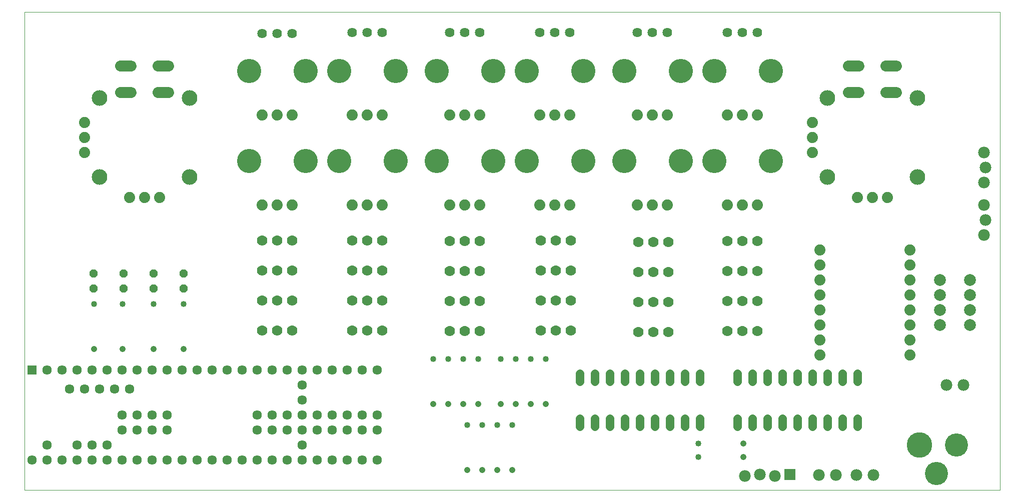
<source format=gbs>
G75*
%MOIN*%
%OFA0B0*%
%FSLAX25Y25*%
%IPPOS*%
%LPD*%
%AMOC8*
5,1,8,0,0,1.08239X$1,22.5*
%
%ADD10C,0.00000*%
%ADD11R,0.06337X0.06337*%
%ADD12C,0.06337*%
%ADD13C,0.04000*%
%ADD14C,0.04123*%
%ADD15C,0.07400*%
%ADD16C,0.16998*%
%ADD17C,0.15424*%
%ADD18C,0.07880*%
%ADD19C,0.10400*%
%ADD20C,0.07400*%
%ADD21C,0.07800*%
%ADD22C,0.05600*%
%ADD23OC8,0.05600*%
%ADD24R,0.07800X0.07800*%
%ADD25C,0.07000*%
%ADD26C,0.16148*%
%ADD27C,0.06400*%
D10*
X0032595Y0002550D02*
X0032595Y0321251D01*
X0682516Y0321251D01*
X0682516Y0002550D01*
X0032595Y0002550D01*
D11*
X0037595Y0082550D03*
D12*
X0047595Y0082550D03*
X0057595Y0082550D03*
X0067595Y0082550D03*
X0077595Y0082550D03*
X0087595Y0082550D03*
X0097595Y0082550D03*
X0107595Y0082550D03*
X0117595Y0082550D03*
X0127595Y0082550D03*
X0137595Y0082550D03*
X0147595Y0082550D03*
X0157595Y0082550D03*
X0167595Y0082550D03*
X0177595Y0082550D03*
X0187595Y0082550D03*
X0197595Y0082550D03*
X0207595Y0082550D03*
X0217595Y0082550D03*
X0217595Y0072550D03*
X0227595Y0082550D03*
X0237595Y0082550D03*
X0247595Y0082550D03*
X0257595Y0082550D03*
X0267595Y0082550D03*
X0217595Y0062550D03*
X0217595Y0052550D03*
X0207595Y0052550D03*
X0197595Y0052550D03*
X0187595Y0052550D03*
X0187595Y0042550D03*
X0197595Y0042550D03*
X0207595Y0042550D03*
X0217595Y0042550D03*
X0227595Y0042550D03*
X0237595Y0042550D03*
X0247595Y0042550D03*
X0257595Y0042550D03*
X0267595Y0042550D03*
X0267595Y0052550D03*
X0257595Y0052550D03*
X0247595Y0052550D03*
X0237595Y0052550D03*
X0227595Y0052550D03*
X0217595Y0032550D03*
X0217595Y0022550D03*
X0207595Y0022550D03*
X0197595Y0022550D03*
X0187595Y0022550D03*
X0177595Y0022550D03*
X0167595Y0022550D03*
X0157595Y0022550D03*
X0147595Y0022550D03*
X0137595Y0022550D03*
X0127595Y0022550D03*
X0117595Y0022550D03*
X0107595Y0022550D03*
X0097595Y0022550D03*
X0087595Y0022550D03*
X0077595Y0022550D03*
X0067595Y0022550D03*
X0057595Y0022550D03*
X0047595Y0022550D03*
X0037595Y0022550D03*
X0047595Y0032550D03*
X0067595Y0032550D03*
X0077595Y0032550D03*
X0087595Y0032550D03*
X0097595Y0042550D03*
X0107595Y0042550D03*
X0117595Y0042550D03*
X0127595Y0042550D03*
X0127595Y0052550D03*
X0117595Y0052550D03*
X0107595Y0052550D03*
X0097595Y0052550D03*
X0092595Y0070050D03*
X0082595Y0070050D03*
X0072595Y0070050D03*
X0062595Y0070050D03*
X0102595Y0070050D03*
X0227595Y0022550D03*
X0237595Y0022550D03*
X0247595Y0022550D03*
X0257595Y0022550D03*
X0267595Y0022550D03*
D13*
X0327595Y0046050D03*
X0337595Y0046050D03*
X0347595Y0046050D03*
X0357595Y0046050D03*
X0360095Y0090050D03*
X0370095Y0090050D03*
X0380095Y0090050D03*
X0350095Y0090050D03*
X0335095Y0090050D03*
X0325095Y0090050D03*
X0315095Y0090050D03*
X0305095Y0090050D03*
X0138595Y0126550D03*
X0118595Y0126550D03*
X0098095Y0126550D03*
X0079095Y0126550D03*
X0481595Y0033550D03*
X0481595Y0024550D03*
D14*
X0511595Y0024550D03*
X0511595Y0033550D03*
X0380095Y0060050D03*
X0370095Y0060050D03*
X0360095Y0060050D03*
X0350095Y0060050D03*
X0335095Y0060050D03*
X0325095Y0060050D03*
X0315095Y0060050D03*
X0305095Y0060050D03*
X0327595Y0016050D03*
X0337595Y0016050D03*
X0347595Y0016050D03*
X0357595Y0016050D03*
X0138595Y0096550D03*
X0118595Y0096550D03*
X0098095Y0096550D03*
X0079095Y0096550D03*
D15*
X0191095Y0192522D03*
X0201095Y0192522D03*
X0211095Y0192522D03*
X0251095Y0192522D03*
X0261095Y0192522D03*
X0271095Y0192522D03*
X0316095Y0192522D03*
X0326095Y0192522D03*
X0336095Y0192522D03*
X0376095Y0192522D03*
X0386095Y0192522D03*
X0396095Y0192522D03*
X0441095Y0192522D03*
X0451095Y0192522D03*
X0461095Y0192522D03*
X0501095Y0192522D03*
X0511095Y0192522D03*
X0521095Y0192522D03*
X0562595Y0162550D03*
X0562595Y0152550D03*
X0562595Y0142550D03*
X0562595Y0132550D03*
X0562595Y0122550D03*
X0562595Y0112550D03*
X0562595Y0102550D03*
X0562595Y0092550D03*
X0622595Y0092550D03*
X0622595Y0102550D03*
X0622595Y0112550D03*
X0622595Y0122550D03*
X0622595Y0132550D03*
X0622595Y0142550D03*
X0622595Y0152550D03*
X0622595Y0162550D03*
X0607595Y0197550D03*
X0597595Y0197550D03*
X0587595Y0197550D03*
X0557595Y0227550D03*
X0557595Y0237550D03*
X0557595Y0247550D03*
X0521095Y0252522D03*
X0511095Y0252522D03*
X0501095Y0252522D03*
X0461095Y0252522D03*
X0451095Y0252522D03*
X0441095Y0252522D03*
X0396095Y0252522D03*
X0386095Y0252522D03*
X0376095Y0252522D03*
X0336095Y0252522D03*
X0326095Y0252522D03*
X0316095Y0252522D03*
X0271095Y0252522D03*
X0261095Y0252522D03*
X0251095Y0252522D03*
X0211095Y0252522D03*
X0201095Y0252522D03*
X0191095Y0252522D03*
X0122595Y0197550D03*
X0112595Y0197550D03*
X0102595Y0197550D03*
X0072595Y0227550D03*
X0072595Y0237550D03*
X0072595Y0247550D03*
D16*
X0629052Y0032550D03*
D17*
X0653658Y0032550D03*
X0640272Y0013652D03*
D18*
X0642595Y0112550D03*
X0642595Y0122550D03*
X0642595Y0132550D03*
X0642595Y0142550D03*
X0662595Y0142550D03*
X0662595Y0132550D03*
X0662595Y0122550D03*
X0662595Y0112550D03*
D19*
X0627595Y0211300D03*
X0567595Y0211300D03*
X0567595Y0263800D03*
X0627595Y0263800D03*
X0142595Y0263800D03*
X0082595Y0263800D03*
X0082595Y0211300D03*
X0142595Y0211300D03*
D20*
X0128595Y0267550D02*
X0121595Y0267550D01*
X0103595Y0267550D02*
X0096595Y0267550D01*
X0096595Y0285267D02*
X0103595Y0285267D01*
X0121595Y0285267D02*
X0128595Y0285267D01*
X0581595Y0285267D02*
X0588595Y0285267D01*
X0606595Y0285267D02*
X0613595Y0285267D01*
X0613595Y0267550D02*
X0606595Y0267550D01*
X0588595Y0267550D02*
X0581595Y0267550D01*
D21*
X0672095Y0227550D03*
X0673095Y0217550D03*
X0672095Y0207550D03*
X0672095Y0192550D03*
X0673095Y0182550D03*
X0672095Y0172550D03*
X0658295Y0072550D03*
X0646895Y0072550D03*
X0598295Y0012550D03*
X0586895Y0012550D03*
X0573295Y0012550D03*
X0561895Y0012550D03*
X0532595Y0012050D03*
X0522595Y0013050D03*
X0512595Y0012050D03*
D22*
X0507595Y0044950D02*
X0507595Y0050150D01*
X0517595Y0050150D02*
X0517595Y0044950D01*
X0527595Y0044950D02*
X0527595Y0050150D01*
X0537595Y0050150D02*
X0537595Y0044950D01*
X0547595Y0044950D02*
X0547595Y0050150D01*
X0557595Y0050150D02*
X0557595Y0044950D01*
X0567595Y0044950D02*
X0567595Y0050150D01*
X0577595Y0050150D02*
X0577595Y0044950D01*
X0587595Y0044950D02*
X0587595Y0050150D01*
X0587595Y0074950D02*
X0587595Y0080150D01*
X0577595Y0080150D02*
X0577595Y0074950D01*
X0567595Y0074950D02*
X0567595Y0080150D01*
X0557595Y0080150D02*
X0557595Y0074950D01*
X0547595Y0074950D02*
X0547595Y0080150D01*
X0537595Y0080150D02*
X0537595Y0074950D01*
X0527595Y0074950D02*
X0527595Y0080150D01*
X0517595Y0080150D02*
X0517595Y0074950D01*
X0507595Y0074950D02*
X0507595Y0080150D01*
X0482595Y0080150D02*
X0482595Y0074950D01*
X0472595Y0074950D02*
X0472595Y0080150D01*
X0462595Y0080150D02*
X0462595Y0074950D01*
X0452595Y0074950D02*
X0452595Y0080150D01*
X0442595Y0080150D02*
X0442595Y0074950D01*
X0432595Y0074950D02*
X0432595Y0080150D01*
X0422595Y0080150D02*
X0422595Y0074950D01*
X0412595Y0074950D02*
X0412595Y0080150D01*
X0402595Y0080150D02*
X0402595Y0074950D01*
X0402595Y0050150D02*
X0402595Y0044950D01*
X0412595Y0044950D02*
X0412595Y0050150D01*
X0422595Y0050150D02*
X0422595Y0044950D01*
X0432595Y0044950D02*
X0432595Y0050150D01*
X0442595Y0050150D02*
X0442595Y0044950D01*
X0452595Y0044950D02*
X0452595Y0050150D01*
X0462595Y0050150D02*
X0462595Y0044950D01*
X0472595Y0044950D02*
X0472595Y0050150D01*
X0482595Y0050150D02*
X0482595Y0044950D01*
D23*
X0138595Y0137050D03*
X0138595Y0147050D03*
X0118595Y0147050D03*
X0118595Y0137050D03*
X0098595Y0137050D03*
X0098595Y0147050D03*
X0078595Y0147050D03*
X0078595Y0137050D03*
D24*
X0542595Y0013050D03*
D25*
X0521095Y0108550D03*
X0511095Y0108550D03*
X0501095Y0108550D03*
X0461595Y0108050D03*
X0451595Y0108050D03*
X0441595Y0108050D03*
X0441595Y0128050D03*
X0451595Y0128050D03*
X0461595Y0128050D03*
X0461595Y0148050D03*
X0451595Y0148050D03*
X0441595Y0148050D03*
X0441595Y0168050D03*
X0451595Y0168050D03*
X0461595Y0168050D03*
X0501095Y0168550D03*
X0511095Y0168550D03*
X0521095Y0168550D03*
X0521095Y0148550D03*
X0511095Y0148550D03*
X0501095Y0148550D03*
X0501095Y0128550D03*
X0511095Y0128550D03*
X0521095Y0128550D03*
X0396595Y0129050D03*
X0386595Y0129050D03*
X0376595Y0129050D03*
X0376595Y0109050D03*
X0386595Y0109050D03*
X0396595Y0109050D03*
X0336095Y0108550D03*
X0326095Y0108550D03*
X0316095Y0108550D03*
X0316095Y0128550D03*
X0326095Y0128550D03*
X0336095Y0128550D03*
X0336095Y0148550D03*
X0326095Y0148550D03*
X0316095Y0148550D03*
X0316095Y0168550D03*
X0326095Y0168550D03*
X0336095Y0168550D03*
X0376595Y0169050D03*
X0386595Y0169050D03*
X0396595Y0169050D03*
X0396595Y0149050D03*
X0386595Y0149050D03*
X0376595Y0149050D03*
X0271095Y0149050D03*
X0261095Y0149050D03*
X0251095Y0149050D03*
X0251095Y0169050D03*
X0261095Y0169050D03*
X0271095Y0169050D03*
X0211095Y0169050D03*
X0201095Y0169050D03*
X0191095Y0169050D03*
X0191095Y0149050D03*
X0201095Y0149050D03*
X0211095Y0149050D03*
X0211095Y0129050D03*
X0201095Y0129050D03*
X0191095Y0129050D03*
X0191095Y0109050D03*
X0201095Y0109050D03*
X0211095Y0109050D03*
X0251095Y0109050D03*
X0261095Y0109050D03*
X0271095Y0109050D03*
X0271095Y0129050D03*
X0261095Y0129050D03*
X0251095Y0129050D03*
D26*
X0242198Y0222050D03*
X0219993Y0222050D03*
X0182198Y0222050D03*
X0279993Y0222050D03*
X0307198Y0222050D03*
X0344993Y0222050D03*
X0367198Y0222050D03*
X0404993Y0222050D03*
X0432198Y0222050D03*
X0469993Y0222050D03*
X0492198Y0222050D03*
X0529993Y0222050D03*
X0529993Y0282050D03*
X0492198Y0282050D03*
X0469993Y0282050D03*
X0432198Y0282050D03*
X0404993Y0282050D03*
X0367198Y0282050D03*
X0344993Y0282050D03*
X0307198Y0282050D03*
X0279993Y0282050D03*
X0242198Y0282050D03*
X0219993Y0282050D03*
X0182198Y0282050D03*
D27*
X0191095Y0307050D03*
X0201095Y0307050D03*
X0211095Y0307050D03*
X0251095Y0307550D03*
X0261095Y0307550D03*
X0271095Y0307550D03*
X0316095Y0307550D03*
X0326095Y0307550D03*
X0336095Y0307550D03*
X0376095Y0307550D03*
X0386095Y0307550D03*
X0396095Y0307550D03*
X0441095Y0307550D03*
X0451095Y0307550D03*
X0461095Y0307550D03*
X0501095Y0307550D03*
X0511095Y0307550D03*
X0521095Y0307550D03*
M02*

</source>
